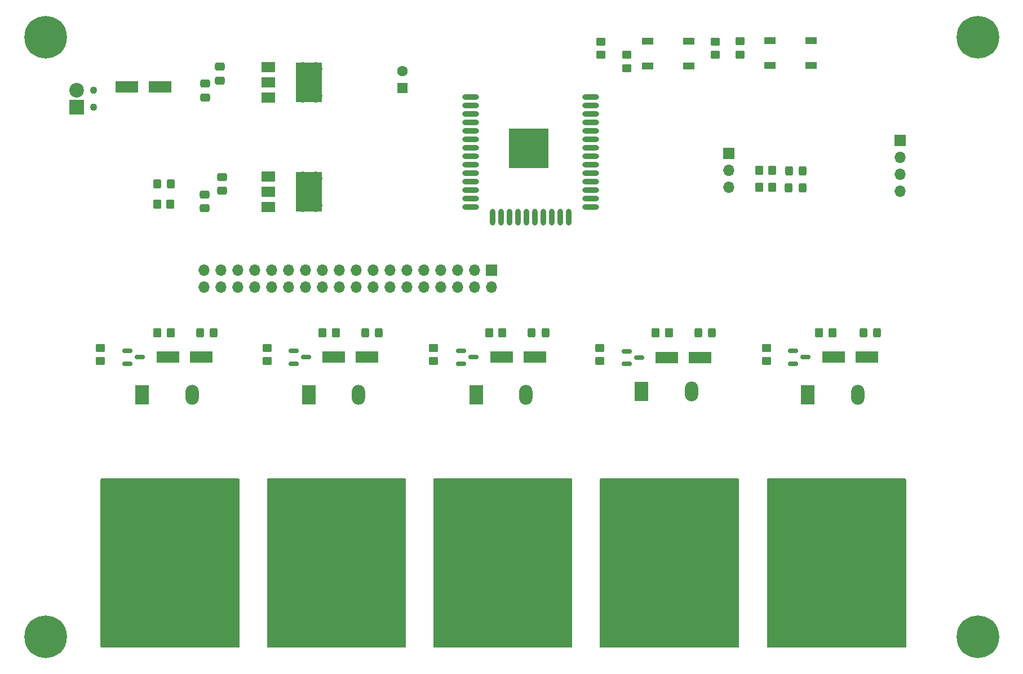
<source format=gts>
%TF.GenerationSoftware,KiCad,Pcbnew,(6.0.5)*%
%TF.CreationDate,2022-06-14T20:52:32+02:00*%
%TF.ProjectId,SmartWatering,536d6172-7457-4617-9465-72696e672e6b,rev?*%
%TF.SameCoordinates,Original*%
%TF.FileFunction,Soldermask,Top*%
%TF.FilePolarity,Negative*%
%FSLAX46Y46*%
G04 Gerber Fmt 4.6, Leading zero omitted, Abs format (unit mm)*
G04 Created by KiCad (PCBNEW (6.0.5)) date 2022-06-14 20:52:32*
%MOMM*%
%LPD*%
G01*
G04 APERTURE LIST*
G04 Aperture macros list*
%AMRoundRect*
0 Rectangle with rounded corners*
0 $1 Rounding radius*
0 $2 $3 $4 $5 $6 $7 $8 $9 X,Y pos of 4 corners*
0 Add a 4 corners polygon primitive as box body*
4,1,4,$2,$3,$4,$5,$6,$7,$8,$9,$2,$3,0*
0 Add four circle primitives for the rounded corners*
1,1,$1+$1,$2,$3*
1,1,$1+$1,$4,$5*
1,1,$1+$1,$6,$7*
1,1,$1+$1,$8,$9*
0 Add four rect primitives between the rounded corners*
20,1,$1+$1,$2,$3,$4,$5,0*
20,1,$1+$1,$4,$5,$6,$7,0*
20,1,$1+$1,$6,$7,$8,$9,0*
20,1,$1+$1,$8,$9,$2,$3,0*%
G04 Aperture macros list end*
%ADD10O,3.000000X2.000000*%
%ADD11R,2.000000X3.000000*%
%ADD12O,2.000000X3.000000*%
%ADD13R,1.700000X1.700000*%
%ADD14O,1.700000X1.700000*%
%ADD15RoundRect,0.250000X-0.350000X-0.450000X0.350000X-0.450000X0.350000X0.450000X-0.350000X0.450000X0*%
%ADD16RoundRect,0.250000X0.325000X0.450000X-0.325000X0.450000X-0.325000X-0.450000X0.325000X-0.450000X0*%
%ADD17C,0.800000*%
%ADD18C,6.400000*%
%ADD19RoundRect,0.150000X-0.587500X-0.150000X0.587500X-0.150000X0.587500X0.150000X-0.587500X0.150000X0*%
%ADD20C,1.100000*%
%ADD21R,2.200000X2.200000*%
%ADD22C,2.200000*%
%ADD23R,1.600000X1.600000*%
%ADD24C,1.600000*%
%ADD25R,3.500000X1.800000*%
%ADD26RoundRect,0.250000X-0.450000X0.350000X-0.450000X-0.350000X0.450000X-0.350000X0.450000X0.350000X0*%
%ADD27RoundRect,0.250000X0.450000X-0.350000X0.450000X0.350000X-0.450000X0.350000X-0.450000X-0.350000X0*%
%ADD28RoundRect,0.250000X0.475000X-0.337500X0.475000X0.337500X-0.475000X0.337500X-0.475000X-0.337500X0*%
%ADD29R,1.800000X1.100000*%
%ADD30RoundRect,0.250000X0.350000X0.450000X-0.350000X0.450000X-0.350000X-0.450000X0.350000X-0.450000X0*%
%ADD31O,2.500000X0.900000*%
%ADD32O,0.900000X2.500000*%
%ADD33R,6.000000X6.000000*%
%ADD34C,2.000000*%
%ADD35R,2.000000X1.500000*%
%ADD36R,4.000000X6.000000*%
%ADD37RoundRect,0.250000X-0.475000X0.337500X-0.475000X-0.337500X0.475000X-0.337500X0.475000X0.337500X0*%
G04 APERTURE END LIST*
D10*
%TO.C,K2*%
X72000000Y-99000000D03*
X64500000Y-99000000D03*
X64500000Y-93960000D03*
X72000000Y-93960000D03*
X72000000Y-104040000D03*
X64500000Y-104040000D03*
D11*
X64500000Y-78700000D03*
D12*
X72000000Y-78700000D03*
%TD*%
D13*
%TO.C,J8*%
X127630000Y-42470000D03*
D14*
X127630000Y-45010000D03*
X127630000Y-47550000D03*
%TD*%
D15*
%TO.C,R11*%
X41757500Y-69360000D03*
X43757500Y-69360000D03*
%TD*%
D16*
%TO.C,D9*%
X75036668Y-69360000D03*
X72986668Y-69360000D03*
%TD*%
D17*
%TO.C, *%
X23302944Y-26697056D03*
X25000000Y-27400000D03*
D18*
X25000000Y-25000000D03*
D17*
X26697056Y-26697056D03*
X27400000Y-25000000D03*
X23302944Y-23302944D03*
X22600000Y-25000000D03*
X25000000Y-22600000D03*
X26697056Y-23302944D03*
%TD*%
D19*
%TO.C,Q3*%
X87402500Y-72120000D03*
X87402500Y-74020000D03*
X89277500Y-73070000D03*
%TD*%
D16*
%TO.C,D8*%
X50224168Y-69360000D03*
X48174168Y-69360000D03*
%TD*%
D19*
%TO.C,Q4*%
X112312500Y-72140000D03*
X112312500Y-74040000D03*
X114187500Y-73090000D03*
%TD*%
D20*
%TO.C,J4*%
X118250000Y-113730000D03*
X120790000Y-113730000D03*
X115710000Y-113730000D03*
D21*
X115710000Y-111190000D03*
D22*
X118250000Y-111190000D03*
X120790000Y-111190000D03*
%TD*%
D23*
%TO.C,C1*%
X78610000Y-32622380D03*
D24*
X78610000Y-30122380D03*
%TD*%
D10*
%TO.C,K3*%
X97170000Y-99000000D03*
X89670000Y-99000000D03*
X97170000Y-93960000D03*
X89670000Y-93960000D03*
X89670000Y-104040000D03*
X97170000Y-104040000D03*
D11*
X89670000Y-78700000D03*
D12*
X97170000Y-78700000D03*
%TD*%
D13*
%TO.C,J9*%
X91985000Y-59955000D03*
D14*
X91985000Y-62495000D03*
X89445000Y-59955000D03*
X89445000Y-62495000D03*
X86905000Y-59955000D03*
X86905000Y-62495000D03*
X84365000Y-59955000D03*
X84365000Y-62495000D03*
X81825000Y-59955000D03*
X81825000Y-62495000D03*
X79285000Y-59955000D03*
X79285000Y-62495000D03*
X76745000Y-59955000D03*
X76745000Y-62495000D03*
X74205000Y-59955000D03*
X74205000Y-62495000D03*
X71665000Y-59955000D03*
X71665000Y-62495000D03*
X69125000Y-59955000D03*
X69125000Y-62495000D03*
X66585000Y-59955000D03*
X66585000Y-62495000D03*
X64045000Y-59955000D03*
X64045000Y-62495000D03*
X61505000Y-59955000D03*
X61505000Y-62495000D03*
X58965000Y-59955000D03*
X58965000Y-62495000D03*
X56425000Y-59955000D03*
X56425000Y-62495000D03*
X53885000Y-59955000D03*
X53885000Y-62495000D03*
X51345000Y-59955000D03*
X51345000Y-62495000D03*
X48805000Y-59955000D03*
X48805000Y-62495000D03*
%TD*%
D10*
%TO.C,K1*%
X47000000Y-99000000D03*
X39500000Y-99000000D03*
X47000000Y-93960000D03*
X39500000Y-93960000D03*
X47000000Y-104040000D03*
X39500000Y-104040000D03*
D11*
X39500000Y-78700000D03*
D12*
X47000000Y-78700000D03*
%TD*%
D25*
%TO.C,D2*%
X73290000Y-73070000D03*
X68290000Y-73070000D03*
%TD*%
D20*
%TO.C,J6*%
X32228900Y-35506200D03*
X32228900Y-32966200D03*
D21*
X29688900Y-35506200D03*
D22*
X29688900Y-32966200D03*
%TD*%
D17*
%TO.C, *%
X22600000Y-115000000D03*
X25000000Y-112600000D03*
X25000000Y-117400000D03*
D18*
X25000000Y-115000000D03*
D17*
X23302944Y-116697056D03*
X26697056Y-116697056D03*
X27400000Y-115000000D03*
X26697056Y-113302944D03*
X23302944Y-113302944D03*
%TD*%
D19*
%TO.C,Q5*%
X137232500Y-72120000D03*
X137232500Y-74020000D03*
X139107500Y-73070000D03*
%TD*%
D25*
%TO.C,D5*%
X148330000Y-73070000D03*
X143330000Y-73070000D03*
%TD*%
D26*
%TO.C,R9*%
X108250000Y-71660000D03*
X108250000Y-73660000D03*
%TD*%
D27*
%TO.C,R1*%
X108380000Y-27680000D03*
X108380000Y-25680000D03*
%TD*%
D28*
%TO.C,C4*%
X48900000Y-50707500D03*
X48900000Y-48632500D03*
%TD*%
D27*
%TO.C,R3*%
X129330000Y-27640000D03*
X129330000Y-25640000D03*
%TD*%
D28*
%TO.C,C3*%
X48917300Y-34040000D03*
X48917300Y-31965000D03*
%TD*%
D10*
%TO.C,K5*%
X139500000Y-99000000D03*
X147000000Y-99000000D03*
X139500000Y-93960000D03*
X147000000Y-93960000D03*
X147000000Y-104040000D03*
X139500000Y-104040000D03*
D11*
X139500000Y-78700000D03*
D12*
X147000000Y-78700000D03*
%TD*%
D10*
%TO.C,K4*%
X122000000Y-98470000D03*
X114500000Y-98470000D03*
X122000000Y-93430000D03*
X114500000Y-93430000D03*
X114500000Y-103510000D03*
X122000000Y-103510000D03*
D11*
X114500000Y-78170000D03*
D12*
X122000000Y-78170000D03*
%TD*%
D27*
%TO.C,R2*%
X112250000Y-29640000D03*
X112250000Y-27640000D03*
%TD*%
D29*
%TO.C,S2*%
X133790000Y-25540000D03*
X139990000Y-25540000D03*
X139990000Y-29240000D03*
X133790000Y-29240000D03*
%TD*%
%TO.C,S1*%
X121600000Y-25650000D03*
X115400000Y-25650000D03*
X121600000Y-29350000D03*
X115400000Y-29350000D03*
%TD*%
D28*
%TO.C,C5*%
X51460000Y-48077500D03*
X51460000Y-46002500D03*
%TD*%
D25*
%TO.C,D4*%
X123330000Y-73090000D03*
X118330000Y-73090000D03*
%TD*%
D20*
%TO.C,J1*%
X43250000Y-113710000D03*
X40710000Y-113710000D03*
X45790000Y-113710000D03*
D21*
X40710000Y-111170000D03*
D22*
X43250000Y-111170000D03*
X45790000Y-111170000D03*
%TD*%
D25*
%TO.C,D6*%
X37188900Y-32506200D03*
X42188900Y-32506200D03*
%TD*%
D30*
%TO.C,R5*%
X43728900Y-50101200D03*
X41728900Y-50101200D03*
%TD*%
D15*
%TO.C,R15*%
X141200826Y-69360000D03*
X143200826Y-69360000D03*
%TD*%
D17*
%TO.C, *%
X166697056Y-116697056D03*
X166697056Y-113302944D03*
X165000000Y-112600000D03*
X163302944Y-116697056D03*
X165000000Y-117400000D03*
X162600000Y-115000000D03*
X163302944Y-113302944D03*
D18*
X165000000Y-115000000D03*
D17*
X167400000Y-115000000D03*
%TD*%
D16*
%TO.C,D14*%
X138695000Y-45050000D03*
X136645000Y-45050000D03*
%TD*%
D31*
%TO.C,U1*%
X88860000Y-34000000D03*
X88860000Y-35270000D03*
X88860000Y-36540000D03*
X88860000Y-37810000D03*
X88860000Y-39080000D03*
X88860000Y-40350000D03*
X88860000Y-41620000D03*
X88860000Y-42890000D03*
X88860000Y-44160000D03*
X88860000Y-45430000D03*
X88860000Y-46700000D03*
X88860000Y-47970000D03*
X88860000Y-49240000D03*
X88860000Y-50510000D03*
D32*
X92145000Y-52000000D03*
X93415000Y-52000000D03*
X94685000Y-52000000D03*
X95955000Y-52000000D03*
X97225000Y-52000000D03*
X98495000Y-52000000D03*
X99765000Y-52000000D03*
X101035000Y-52000000D03*
X102305000Y-52000000D03*
X103575000Y-52000000D03*
D31*
X106860000Y-50510000D03*
X106860000Y-49240000D03*
X106860000Y-47970000D03*
X106860000Y-46700000D03*
X106860000Y-45430000D03*
X106860000Y-44160000D03*
X106860000Y-42890000D03*
X106860000Y-41620000D03*
X106860000Y-40350000D03*
X106860000Y-39080000D03*
X106860000Y-37810000D03*
X106860000Y-36540000D03*
X106860000Y-35270000D03*
X106860000Y-34000000D03*
D33*
X97560000Y-41700000D03*
%TD*%
D26*
%TO.C,R10*%
X133250000Y-71660000D03*
X133250000Y-73660000D03*
%TD*%
D16*
%TO.C,D12*%
X149882500Y-69360000D03*
X147832500Y-69360000D03*
%TD*%
D20*
%TO.C,J2*%
X70790000Y-113710000D03*
X65710000Y-113710000D03*
X68250000Y-113710000D03*
D21*
X65710000Y-111170000D03*
D22*
X68250000Y-111170000D03*
X70790000Y-111170000D03*
%TD*%
D13*
%TO.C,J7*%
X153380000Y-40490000D03*
D14*
X153380000Y-43030000D03*
X153380000Y-45570000D03*
X153380000Y-48110000D03*
%TD*%
D15*
%TO.C,R14*%
X116620000Y-69360000D03*
X118620000Y-69360000D03*
%TD*%
D26*
%TO.C,R7*%
X58250000Y-71660000D03*
X58250000Y-73660000D03*
%TD*%
D19*
%TO.C,Q1*%
X37232500Y-72120000D03*
X37232500Y-74020000D03*
X39107500Y-73070000D03*
%TD*%
D25*
%TO.C,D1*%
X48330000Y-73070000D03*
X43330000Y-73070000D03*
%TD*%
D20*
%TO.C,J3*%
X95790000Y-113710000D03*
X93250000Y-113710000D03*
X90710000Y-113710000D03*
D21*
X90710000Y-111170000D03*
D22*
X93250000Y-111170000D03*
X95790000Y-111170000D03*
%TD*%
D15*
%TO.C,R16*%
X132150000Y-47550000D03*
X134150000Y-47550000D03*
%TD*%
D20*
%TO.C,J5*%
X145790000Y-113710000D03*
X140710000Y-113710000D03*
X143250000Y-113710000D03*
D21*
X140710000Y-111170000D03*
D22*
X143250000Y-111170000D03*
X145790000Y-111170000D03*
%TD*%
D25*
%TO.C,D3*%
X98500000Y-73070000D03*
X93500000Y-73070000D03*
%TD*%
D26*
%TO.C,R4*%
X125600000Y-25670000D03*
X125600000Y-27670000D03*
%TD*%
D16*
%TO.C,D10*%
X100056668Y-69360000D03*
X98006668Y-69360000D03*
%TD*%
D34*
%TO.C,U3*%
X65578900Y-50225000D03*
X63578900Y-46225000D03*
X65578900Y-46225000D03*
X63578900Y-50225000D03*
D35*
X58428900Y-45925000D03*
X58428900Y-48225000D03*
D36*
X64578900Y-48225000D03*
D35*
X58428900Y-50525000D03*
%TD*%
D17*
%TO.C, *%
X162600000Y-25000000D03*
X165000000Y-22600000D03*
X163302944Y-23302944D03*
X163302944Y-26697056D03*
X165000000Y-27400000D03*
D18*
X165000000Y-25000000D03*
D17*
X167400000Y-25000000D03*
X166697056Y-23302944D03*
X166697056Y-26697056D03*
%TD*%
D16*
%TO.C,D7*%
X43823900Y-47041200D03*
X41773900Y-47041200D03*
%TD*%
D34*
%TO.C,U2*%
X63578900Y-29801200D03*
X65578900Y-29801200D03*
X63578900Y-33801200D03*
X65578900Y-33801200D03*
D35*
X58428900Y-29501200D03*
X58428900Y-31801200D03*
D36*
X64578900Y-31801200D03*
D35*
X58428900Y-34101200D03*
%TD*%
D16*
%TO.C,D11*%
X125086668Y-69360000D03*
X123036668Y-69360000D03*
%TD*%
D37*
%TO.C,C2*%
X51188900Y-29431200D03*
X51188900Y-31506200D03*
%TD*%
D26*
%TO.C,R6*%
X33250000Y-71660000D03*
X33250000Y-73660000D03*
%TD*%
%TO.C,R8*%
X83250000Y-71660000D03*
X83250000Y-73660000D03*
%TD*%
D16*
%TO.C,D13*%
X138667500Y-47600000D03*
X136617500Y-47600000D03*
%TD*%
D15*
%TO.C,R12*%
X66570000Y-69360000D03*
X68570000Y-69360000D03*
%TD*%
%TO.C,R17*%
X132170000Y-44980000D03*
X134170000Y-44980000D03*
%TD*%
D19*
%TO.C,Q2*%
X62232500Y-72120000D03*
X62232500Y-74020000D03*
X64107500Y-73070000D03*
%TD*%
D15*
%TO.C,R13*%
X91590000Y-69360000D03*
X93590000Y-69360000D03*
%TD*%
G36*
X54052121Y-91280002D02*
G01*
X54098614Y-91333658D01*
X54110000Y-91386000D01*
X54110000Y-116534000D01*
X54089998Y-116602121D01*
X54036342Y-116648614D01*
X53984000Y-116660000D01*
X33376000Y-116660000D01*
X33307879Y-116639998D01*
X33261386Y-116586342D01*
X33250000Y-116534000D01*
X33250000Y-91386000D01*
X33270002Y-91317879D01*
X33323658Y-91271386D01*
X33376000Y-91260000D01*
X53984000Y-91260000D01*
X54052121Y-91280002D01*
G37*
G36*
X79052121Y-91280002D02*
G01*
X79098614Y-91333658D01*
X79110000Y-91386000D01*
X79110000Y-116534000D01*
X79089998Y-116602121D01*
X79036342Y-116648614D01*
X78984000Y-116660000D01*
X58376000Y-116660000D01*
X58307879Y-116639998D01*
X58261386Y-116586342D01*
X58250000Y-116534000D01*
X58250000Y-91386000D01*
X58270002Y-91317879D01*
X58323658Y-91271386D01*
X58376000Y-91260000D01*
X78984000Y-91260000D01*
X79052121Y-91280002D01*
G37*
G36*
X129052121Y-91280002D02*
G01*
X129098614Y-91333658D01*
X129110000Y-91386000D01*
X129110000Y-116534000D01*
X129089998Y-116602121D01*
X129036342Y-116648614D01*
X128984000Y-116660000D01*
X108376000Y-116660000D01*
X108307879Y-116639998D01*
X108261386Y-116586342D01*
X108250000Y-116534000D01*
X108250000Y-91386000D01*
X108270002Y-91317879D01*
X108323658Y-91271386D01*
X108376000Y-91260000D01*
X128984000Y-91260000D01*
X129052121Y-91280002D01*
G37*
G36*
X104052121Y-91280002D02*
G01*
X104098614Y-91333658D01*
X104110000Y-91386000D01*
X104110000Y-116534000D01*
X104089998Y-116602121D01*
X104036342Y-116648614D01*
X103984000Y-116660000D01*
X83376000Y-116660000D01*
X83307879Y-116639998D01*
X83261386Y-116586342D01*
X83250000Y-116534000D01*
X83250000Y-91386000D01*
X83270002Y-91317879D01*
X83323658Y-91271386D01*
X83376000Y-91260000D01*
X103984000Y-91260000D01*
X104052121Y-91280002D01*
G37*
G36*
X154192121Y-91280002D02*
G01*
X154238614Y-91333658D01*
X154250000Y-91386000D01*
X154250000Y-116534000D01*
X154229998Y-116602121D01*
X154176342Y-116648614D01*
X154124000Y-116660000D01*
X133516000Y-116660000D01*
X133447879Y-116639998D01*
X133401386Y-116586342D01*
X133390000Y-116534000D01*
X133390000Y-91386000D01*
X133410002Y-91317879D01*
X133463658Y-91271386D01*
X133516000Y-91260000D01*
X154124000Y-91260000D01*
X154192121Y-91280002D01*
G37*
M02*

</source>
